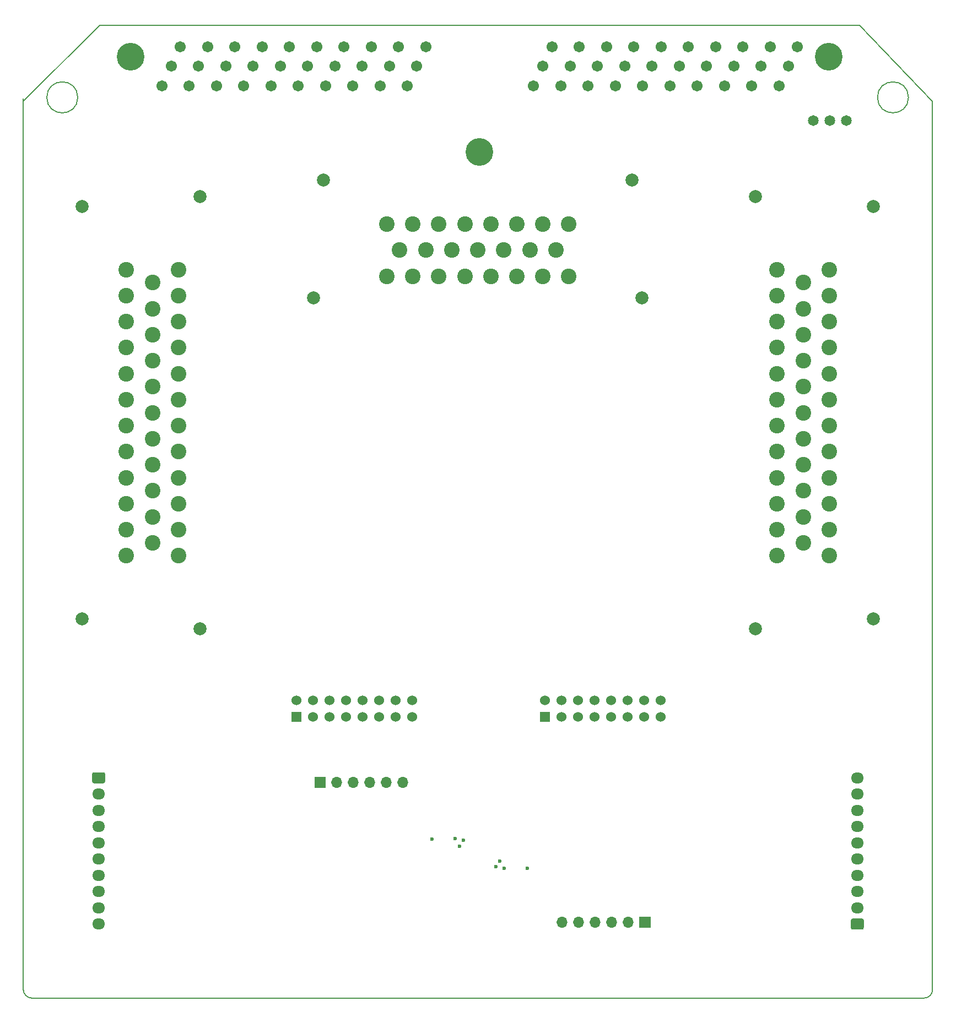
<source format=gbs>
G04 #@! TF.GenerationSoftware,KiCad,Pcbnew,(6.0.5)*
G04 #@! TF.CreationDate,2022-05-19T13:53:49+03:00*
G04 #@! TF.ProjectId,5.0mustangProteusPnP,352e306d-7573-4746-916e-6750726f7465,R0.1*
G04 #@! TF.SameCoordinates,Original*
G04 #@! TF.FileFunction,Soldermask,Bot*
G04 #@! TF.FilePolarity,Negative*
%FSLAX46Y46*%
G04 Gerber Fmt 4.6, Leading zero omitted, Abs format (unit mm)*
G04 Created by KiCad (PCBNEW (6.0.5)) date 2022-05-19 13:53:49*
%MOMM*%
%LPD*%
G01*
G04 APERTURE LIST*
G04 #@! TA.AperFunction,Profile*
%ADD10C,0.200000*%
G04 #@! TD*
%ADD11C,4.250152*%
%ADD12C,1.714652*%
%ADD13C,1.524152*%
%ADD14C,1.651152*%
%ADD15C,2.000152*%
%ADD16C,2.400152*%
%ADD17O,1.700152X1.700152*%
%ADD18C,0.600151*%
%ADD19O,1.950152X1.700152*%
G04 APERTURE END LIST*
D10*
X95885000Y-211201000D02*
X95885000Y-74201000D01*
X224406100Y-62865000D02*
X107638100Y-62865000D01*
X107638100Y-62865000D02*
X95885000Y-74627000D01*
X235585000Y-211201000D02*
X235585000Y-74627000D01*
X234315000Y-212471000D02*
G75*
G03*
X235585000Y-211201000I0J1270000D01*
G01*
X104235250Y-73977500D02*
G75*
G03*
X104235250Y-73977500I-2381250J0D01*
G01*
X224406100Y-62865000D02*
X235585000Y-74627000D01*
X95885000Y-211201000D02*
G75*
G03*
X97155000Y-212471000I1270000J0D01*
G01*
X234315000Y-212471000D02*
X97155000Y-212471000D01*
X231877750Y-73977500D02*
G75*
G03*
X231877750Y-73977500I-2381250J0D01*
G01*
D11*
G04 #@! TO.C,U1*
X219609800Y-67712200D03*
X112366800Y-67712200D03*
X165989000Y-82352200D03*
D12*
X214832200Y-66162200D03*
X210641400Y-66162200D03*
X206450600Y-66162200D03*
X202259800Y-66162200D03*
X198069000Y-66162200D03*
X193878200Y-66162200D03*
X189687400Y-66162200D03*
X185496600Y-66162200D03*
X181305800Y-66162200D03*
X177115000Y-66162200D03*
X157711000Y-66162200D03*
X153520200Y-66162200D03*
X149329400Y-66162200D03*
X145138600Y-66162200D03*
X140947800Y-66162200D03*
X136757000Y-66162200D03*
X132566200Y-66162200D03*
X128375400Y-66162200D03*
X124184600Y-66162200D03*
X119993800Y-66162200D03*
X213416200Y-69187200D03*
X209225400Y-69187200D03*
X205034600Y-69187200D03*
X200843800Y-69187200D03*
X196653000Y-69187200D03*
X192462200Y-69187200D03*
X188271400Y-69187200D03*
X184080600Y-69187200D03*
X179889800Y-69187200D03*
X175699000Y-69187200D03*
X156295000Y-69187200D03*
X152104200Y-69187200D03*
X147913400Y-69187200D03*
X143722600Y-69187200D03*
X139531800Y-69187200D03*
X135341000Y-69187200D03*
X131150200Y-69187200D03*
X126959400Y-69187200D03*
X122768600Y-69187200D03*
X118577800Y-69187200D03*
X212000200Y-72212200D03*
X207809400Y-72212200D03*
X203618600Y-72212200D03*
X199427800Y-72212200D03*
X195237000Y-72212200D03*
X191046200Y-72212200D03*
X186855400Y-72212200D03*
X182664600Y-72212200D03*
X178473800Y-72212200D03*
X174283000Y-72212200D03*
X154879000Y-72212200D03*
X150688200Y-72212200D03*
X146497400Y-72212200D03*
X142306600Y-72212200D03*
X138115800Y-72212200D03*
X133925000Y-72212200D03*
X129734200Y-72212200D03*
X125543400Y-72212200D03*
X121352600Y-72212200D03*
X117161800Y-72212200D03*
G04 #@! TD*
G04 #@! TO.C,J2*
G36*
G01*
X175267924Y-170012360D02*
X175267924Y-168488360D01*
G75*
G02*
X175268000Y-168488284I76J0D01*
G01*
X176792000Y-168488284D01*
G75*
G02*
X176792076Y-168488360I0J-76D01*
G01*
X176792076Y-170012360D01*
G75*
G02*
X176792000Y-170012436I-76J0D01*
G01*
X175268000Y-170012436D01*
G75*
G02*
X175267924Y-170012360I0J76D01*
G01*
G37*
D13*
X176030000Y-166710360D03*
X178570000Y-169250360D03*
X178570000Y-166710360D03*
X181110000Y-169250360D03*
X181110000Y-166710360D03*
X183650000Y-169250360D03*
X183650000Y-166710360D03*
X186190000Y-169250360D03*
X186190000Y-166710360D03*
X188730000Y-169250360D03*
X188730000Y-166710360D03*
X191270000Y-169250360D03*
X191270000Y-166710360D03*
X193810000Y-169250360D03*
X193810000Y-166710360D03*
G04 #@! TD*
G04 #@! TO.C,J4*
G36*
G01*
X137061334Y-170012360D02*
X137061334Y-168488360D01*
G75*
G02*
X137061410Y-168488284I76J0D01*
G01*
X138585410Y-168488284D01*
G75*
G02*
X138585486Y-168488360I0J-76D01*
G01*
X138585486Y-170012360D01*
G75*
G02*
X138585410Y-170012436I-76J0D01*
G01*
X137061410Y-170012436D01*
G75*
G02*
X137061334Y-170012360I0J76D01*
G01*
G37*
X137823410Y-166710360D03*
X140363410Y-169250360D03*
X140363410Y-166710360D03*
X142903410Y-169250360D03*
X142903410Y-166710360D03*
X145443410Y-169250360D03*
X145443410Y-166710360D03*
X147983410Y-169250360D03*
X147983410Y-166710360D03*
X150523410Y-169250360D03*
X150523410Y-166710360D03*
X153063410Y-169250360D03*
X153063410Y-166710360D03*
X155603410Y-169250360D03*
X155603410Y-166710360D03*
G04 #@! TD*
D14*
G04 #@! TO.C,J1*
X222326200Y-77569060D03*
X219786200Y-77569060D03*
X217246200Y-77569060D03*
G04 #@! TD*
D15*
G04 #@! TO.C,BRD1*
X104904000Y-154172000D03*
X123004000Y-89272000D03*
X123004000Y-155672000D03*
X142004000Y-86672000D03*
X190904000Y-104772000D03*
X226504000Y-90772000D03*
X140504000Y-104772000D03*
X208404000Y-89272000D03*
X189404000Y-86672000D03*
X226504000Y-154172000D03*
X208404000Y-155672000D03*
X104904000Y-90772000D03*
D16*
X111704000Y-100472000D03*
X111704000Y-104472000D03*
X111704000Y-108472000D03*
X111704000Y-112472000D03*
X111704000Y-116472000D03*
X111704000Y-120472000D03*
X111704000Y-124472000D03*
X111704000Y-128472000D03*
X111704000Y-132472000D03*
X111704000Y-136472000D03*
X111704000Y-140472000D03*
X111704000Y-144472000D03*
X115704000Y-102472000D03*
X115704000Y-106472000D03*
X115704000Y-110472000D03*
X115704000Y-114472000D03*
X115704000Y-118472000D03*
X115704000Y-122472000D03*
X115704000Y-126472000D03*
X115704000Y-130472000D03*
X115704000Y-134472000D03*
X115704000Y-138472000D03*
X115704000Y-142472000D03*
X119704000Y-100472000D03*
X119704000Y-104472000D03*
X119704000Y-108472000D03*
X119704000Y-112472000D03*
X119704000Y-116472000D03*
X119704000Y-120472000D03*
X119704000Y-124472000D03*
X119704000Y-128472000D03*
X119704000Y-132472000D03*
X119704000Y-136472000D03*
X119704000Y-140472000D03*
X119704000Y-144472000D03*
X179704000Y-93472000D03*
X175704000Y-93472000D03*
X171704000Y-93472000D03*
X167704000Y-93472000D03*
X163704000Y-93472000D03*
X159704000Y-93472000D03*
X155704000Y-93472000D03*
X151704000Y-93472000D03*
X177704000Y-97472000D03*
X173704000Y-97472000D03*
X169704000Y-97472000D03*
X165704000Y-97472000D03*
X161704000Y-97472000D03*
X157704000Y-97472000D03*
X153704000Y-97472000D03*
X179704000Y-101472000D03*
X175704000Y-101472000D03*
X171704000Y-101472000D03*
X167704000Y-101472000D03*
X163704000Y-101472000D03*
X159704000Y-101472000D03*
X155704000Y-101472000D03*
X151704000Y-101472000D03*
X219704000Y-144472000D03*
X219704000Y-140472000D03*
X219704000Y-136472000D03*
X219704000Y-132472000D03*
X219704000Y-128472000D03*
X219704000Y-124472000D03*
X219704000Y-120472000D03*
X219704000Y-116472000D03*
X219704000Y-112472000D03*
X219704000Y-108472000D03*
X219704000Y-104472000D03*
X219704000Y-100472000D03*
X215704000Y-142472000D03*
X215704000Y-138472000D03*
X215704000Y-134472000D03*
X215704000Y-130472000D03*
X215704000Y-126472000D03*
X215704000Y-122472000D03*
X215704000Y-118472000D03*
X215704000Y-114472000D03*
X215704000Y-110472000D03*
X215704000Y-106472000D03*
X215704000Y-102472000D03*
X211704000Y-144472000D03*
X211704000Y-140472000D03*
X211704000Y-136472000D03*
X211704000Y-132472000D03*
X211704000Y-128472000D03*
X211704000Y-124472000D03*
X211704000Y-120472000D03*
X211704000Y-116472000D03*
X211704000Y-112472000D03*
X211704000Y-108472000D03*
X211704000Y-104472000D03*
X211704000Y-100472000D03*
G04 #@! TD*
G04 #@! TO.C,J13*
G36*
G01*
X142328000Y-180174076D02*
X140628000Y-180174076D01*
G75*
G02*
X140627924Y-180174000I0J76D01*
G01*
X140627924Y-178474000D01*
G75*
G02*
X140628000Y-178473924I76J0D01*
G01*
X142328000Y-178473924D01*
G75*
G02*
X142328076Y-178474000I0J-76D01*
G01*
X142328076Y-180174000D01*
G75*
G02*
X142328000Y-180174076I-76J0D01*
G01*
G37*
D17*
X144018000Y-179324000D03*
X146558000Y-179324000D03*
X149098000Y-179324000D03*
X151638000Y-179324000D03*
X154178000Y-179324000D03*
G04 #@! TD*
D18*
G04 #@! TO.C,M2*
X168517662Y-192260499D03*
X169042662Y-191385497D03*
X169792660Y-192560501D03*
X173342661Y-192485498D03*
G04 #@! TD*
G04 #@! TO.C,J7*
G36*
G01*
X106717000Y-177756924D02*
X108167000Y-177756924D01*
G75*
G02*
X108417076Y-178007000I0J-250076D01*
G01*
X108417076Y-179207000D01*
G75*
G02*
X108167000Y-179457076I-250076J0D01*
G01*
X106717000Y-179457076D01*
G75*
G02*
X106466924Y-179207000I0J250076D01*
G01*
X106466924Y-178007000D01*
G75*
G02*
X106717000Y-177756924I250076J0D01*
G01*
G37*
D19*
X107442000Y-181107000D03*
X107442000Y-183607000D03*
X107442000Y-186107000D03*
X107442000Y-188607000D03*
X107442000Y-191107000D03*
X107442000Y-193607000D03*
X107442000Y-196107000D03*
X107442000Y-198607000D03*
X107442000Y-201107000D03*
G04 #@! TD*
D18*
G04 #@! TO.C,M4*
X163460338Y-188235502D03*
X162935338Y-189110504D03*
X162185340Y-187935500D03*
X158635339Y-188010503D03*
G04 #@! TD*
G04 #@! TO.C,J3*
G36*
G01*
X190539000Y-199936924D02*
X192239000Y-199936924D01*
G75*
G02*
X192239076Y-199937000I0J-76D01*
G01*
X192239076Y-201637000D01*
G75*
G02*
X192239000Y-201637076I-76J0D01*
G01*
X190539000Y-201637076D01*
G75*
G02*
X190538924Y-201637000I0J76D01*
G01*
X190538924Y-199937000D01*
G75*
G02*
X190539000Y-199936924I76J0D01*
G01*
G37*
D17*
X188849000Y-200787000D03*
X186309000Y-200787000D03*
X183769000Y-200787000D03*
X181229000Y-200787000D03*
X178689000Y-200787000D03*
G04 #@! TD*
G04 #@! TO.C,J10*
G36*
G01*
X224753000Y-201957076D02*
X223303000Y-201957076D01*
G75*
G02*
X223052924Y-201707000I0J250076D01*
G01*
X223052924Y-200507000D01*
G75*
G02*
X223303000Y-200256924I250076J0D01*
G01*
X224753000Y-200256924D01*
G75*
G02*
X225003076Y-200507000I0J-250076D01*
G01*
X225003076Y-201707000D01*
G75*
G02*
X224753000Y-201957076I-250076J0D01*
G01*
G37*
D19*
X224028000Y-198607000D03*
X224028000Y-196107000D03*
X224028000Y-193607000D03*
X224028000Y-191107000D03*
X224028000Y-188607000D03*
X224028000Y-186107000D03*
X224028000Y-183607000D03*
X224028000Y-181107000D03*
X224028000Y-178607000D03*
G04 #@! TD*
M02*

</source>
